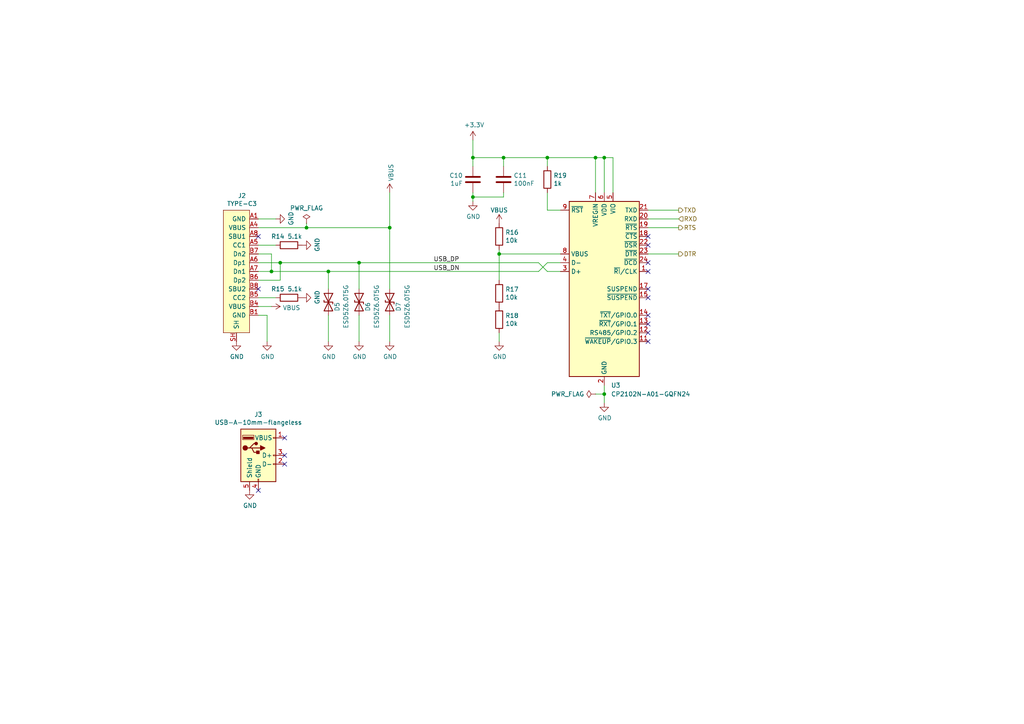
<source format=kicad_sch>
(kicad_sch (version 20230409) (generator eeschema)
  (paper "A4")
  (lib_symbols
    (symbol "Connector:USB_A" (pin_names (offset 1.016))
      (property "Reference" "J" (at -5.08 11.43 0))
      (property "Value" "USB_A" (at -5.08 8.89 0))
      (symbol "USB_A_0_1"
        (rectangle (start -5.08 -7.62) (end 5.08 7.62) (stroke (width 0.254)) (fill (type background)))
        (circle (center -3.81 2.159) (radius 0.635) (stroke (width 0.254)) (fill (type outline)))
        (rectangle (start -1.524 4.826) (end -4.318 5.334) (fill (type outline)))
        (rectangle (start -1.27 4.572) (end -4.572 5.842))
        (circle (center -0.635 3.429) (radius 0.381) (stroke (width 0.254)) (fill (type outline)))
        (rectangle (start -0.127 -7.62) (end 0.127 -6.858))
        (polyline (pts (xy -3.175 2.159) (xy -2.54 2.159) (xy -1.27 3.429) (xy -0.635 3.429)) (stroke (width 0.254)))
        (polyline (pts (xy -2.54 2.159) (xy -1.905 2.159) (xy -1.27 0.889) (xy 0 0.889)) (stroke (width 0.254)))
        (polyline (pts (xy 0.635 2.794) (xy 0.635 1.524) (xy 1.905 2.159) (xy 0.635 2.794)) (stroke (width 0.254)) (fill (type outline)))
        (rectangle (start 0.254 1.27) (end -0.508 0.508) (stroke (width 0.254)) (fill (type outline)))
        (rectangle (start 5.08 -2.667) (end 4.318 -2.413))
        (rectangle (start 5.08 -0.127) (end 4.318 0.127))
        (rectangle (start 5.08 4.953) (end 4.318 5.207))
      )
      (symbol "USB_A_1_1"
        (polyline (pts (xy -1.905 2.159) (xy 0.635 2.159)) (stroke (width 0.254)))
        (pin power_in line (at 7.62 5.08 180) (length 2.54) (name "VBUS") (number "1"))
        (pin bidirectional line (at 7.62 -2.54 180) (length 2.54) (name "D-") (number "2"))
        (pin bidirectional line (at 7.62 0 180) (length 2.54) (name "D+") (number "3"))
        (pin power_in line (at 0 -10.16 90) (length 2.54) (name "GND") (number "4"))
        (pin passive line (at -2.54 -10.16 90) (length 2.54) (name "Shield") (number "5"))
      )
    )
    (symbol "Device:C" (pin_numbers hide) (pin_names (offset 0.254))
      (property "Reference" "C" (at 0.635 2.54 0))
      (property "Value" "C" (at 0.635 -2.54 0))
      (symbol "C_0_1"
        (polyline (pts (xy -2.032 -0.762) (xy 2.032 -0.762)) (stroke (width 0.508)))
        (polyline (pts (xy -2.032 0.762) (xy 2.032 0.762)) (stroke (width 0.508)))
      )
      (symbol "C_1_1"
        (pin passive line (at 0 3.81 270) (length 2.794) (name "~") (number "1"))
        (pin passive line (at 0 -3.81 90) (length 2.794) (name "~") (number "2"))
      )
    )
    (symbol "Device:D_TVS" (pin_numbers hide) (pin_names (offset 1.016) hide)
      (property "Reference" "D" (at 0 2.54 0))
      (property "Value" "D_TVS" (at 0 -2.54 0))
      (symbol "D_TVS_0_1"
        (polyline (pts (xy 1.27 0) (xy -1.27 0)))
        (polyline (pts (xy 0.508 1.27) (xy 0 1.27) (xy 0 -1.27) (xy -0.508 -1.27)) (stroke (width 0.254)))
        (polyline (pts (xy -2.54 1.27) (xy -2.54 -1.27) (xy 2.54 1.27) (xy 2.54 -1.27) (xy -2.54 1.27)) (stroke (width 0.254)))
      )
      (symbol "D_TVS_1_1"
        (pin passive line (at -3.81 0 0) (length 2.54) (name "A1") (number "1"))
        (pin passive line (at 3.81 0 180) (length 2.54) (name "A2") (number "2"))
      )
    )
    (symbol "Device:R" (pin_numbers hide) (pin_names (offset 0))
      (property "Reference" "R" (at 2.032 0 90))
      (property "Value" "R" (at 0 0 90))
      (symbol "R_0_1"
        (rectangle (start -1.016 -2.54) (end 1.016 2.54) (stroke (width 0.254)))
      )
      (symbol "R_1_1"
        (pin passive line (at 0 3.81 270) (length 1.27) (name "~") (number "1"))
        (pin passive line (at 0 -3.81 90) (length 1.27) (name "~") (number "2"))
      )
    )
    (symbol "Interface_USB:CP2102N-Axx-xQFN24"
      (property "Reference" "U" (at -8.89 26.67 0))
      (property "Value" "CP2102N-Axx-xQFN24" (at 13.97 26.67 0))
      (symbol "CP2102N-Axx-xQFN24_0_1"
        (rectangle (start -10.16 25.4) (end 10.16 -25.4) (stroke (width 0.254)) (fill (type background)))
      )
      (symbol "CP2102N-Axx-xQFN24_1_1"
        (pin bidirectional line (at 12.7 5.08 180) (length 2.54) (name "~{RI}/CLK") (number "1"))
        (pin no_connect line (at -10.16 -22.86 0) (length 2.54) hide (name "NC") (number "10"))
        (pin bidirectional line (at 12.7 -15.24 180) (length 2.54) (name "~{WAKEUP}/GPIO.3") (number "11"))
        (pin bidirectional line (at 12.7 -12.7 180) (length 2.54) (name "RS485/GPIO.2") (number "12"))
        (pin bidirectional line (at 12.7 -10.16 180) (length 2.54) (name "~{RXT}/GPIO.1") (number "13"))
        (pin bidirectional line (at 12.7 -7.62 180) (length 2.54) (name "~{TXT}/GPIO.0") (number "14"))
        (pin output line (at 12.7 -2.54 180) (length 2.54) (name "~{SUSPEND}") (number "15"))
        (pin no_connect line (at 10.16 -22.86 180) (length 2.54) hide (name "NC") (number "16"))
        (pin output line (at 12.7 0 180) (length 2.54) (name "SUSPEND") (number "17"))
        (pin input line (at 12.7 15.24 180) (length 2.54) (name "~{CTS}") (number "18"))
        (pin output line (at 12.7 17.78 180) (length 2.54) (name "~{RTS}") (number "19"))
        (pin power_in line (at 0 -27.94 90) (length 2.54) (name "GND") (number "2"))
        (pin input line (at 12.7 20.32 180) (length 2.54) (name "RXD") (number "20"))
        (pin output line (at 12.7 22.86 180) (length 2.54) (name "TXD") (number "21"))
        (pin input line (at 12.7 12.7 180) (length 2.54) (name "~{DSR}") (number "22"))
        (pin output line (at 12.7 10.16 180) (length 2.54) (name "~{DTR}") (number "23"))
        (pin input line (at 12.7 7.62 180) (length 2.54) (name "~{DCD}") (number "24"))
        (pin passive line (at 0 -27.94 90) (length 2.54) hide (name "GND") (number "25"))
        (pin bidirectional line (at -12.7 5.08 0) (length 2.54) (name "D+") (number "3"))
        (pin bidirectional line (at -12.7 7.62 0) (length 2.54) (name "D-") (number "4"))
        (pin power_in line (at 2.54 27.94 270) (length 2.54) (name "VIO") (number "5"))
        (pin power_in line (at 0 27.94 270) (length 2.54) (name "VDD") (number "6"))
        (pin power_in line (at -2.54 27.94 270) (length 2.54) (name "VREGIN") (number "7"))
        (pin input line (at -12.7 10.16 0) (length 2.54) (name "VBUS") (number "8"))
        (pin input line (at -12.7 22.86 0) (length 2.54) (name "~{RST}") (number "9"))
      )
    )
    (symbol "j_Connector:USB-C-12" (pin_names (offset 1.016))
      (property "Reference" "J" (at 0 1.27 0))
      (property "Value" "USB-C-12" (at 0 0 0))
      (symbol "USB-C-12_0_1"
        (rectangle (start 2.54 -1.27) (end -5.08 -36.83) (fill (type background)))
      )
      (symbol "USB-C-12_1_1"
        (pin passive line (at 5.08 -3.81 180) (length 2.54) (name "GND") (number "A1"))
        (pin passive line (at 5.08 -6.35 180) (length 2.54) (name "VBUS") (number "A4"))
        (pin passive line (at 5.08 -11.43 180) (length 2.54) (name "CC1") (number "A5"))
        (pin passive line (at 5.08 -16.51 180) (length 2.54) (name "Dp1") (number "A6"))
        (pin passive line (at 5.08 -19.05 180) (length 2.54) (name "Dn1") (number "A7"))
        (pin passive line (at 5.08 -8.89 180) (length 2.54) (name "SBU1") (number "A8"))
        (pin passive line (at 5.08 -31.75 180) (length 2.54) (name "GND") (number "B1"))
        (pin passive line (at 5.08 -29.21 180) (length 2.54) (name "VBUS") (number "B4"))
        (pin passive line (at 5.08 -26.67 180) (length 2.54) (name "CC2") (number "B5"))
        (pin passive line (at 5.08 -21.59 180) (length 2.54) (name "Dp2") (number "B6"))
        (pin passive line (at 5.08 -13.97 180) (length 2.54) (name "Dn2") (number "B7"))
        (pin passive line (at 5.08 -24.13 180) (length 2.54) (name "SBU2") (number "B8"))
        (pin passive line (at -1.27 -39.37 90) (length 2.54) (name "SH") (number "SH"))
      )
    )
    (symbol "power:+3.3V" (power) (pin_names (offset 0))
      (property "Value" "+3.3V" (at 0 3.556 0))
      (symbol "+3.3V_0_1"
        (polyline (pts (xy -0.762 1.27) (xy 0 2.54)))
        (polyline (pts (xy 0 0) (xy 0 2.54)))
        (polyline (pts (xy 0 2.54) (xy 0.762 1.27)))
      )
      (symbol "+3.3V_1_1"
        (pin power_in line (at 0 0 90) (length 0) hide (name "+3.3V") (number "1"))
      )
    )
    (symbol "power:GND" (power) (pin_names (offset 0))
      (property "Value" "GND" (at 0 -3.81 0))
      (symbol "GND_0_1"
        (polyline (pts (xy 0 0) (xy 0 -1.27) (xy 1.27 -1.27) (xy 0 -2.54) (xy -1.27 -1.27) (xy 0 -1.27)))
      )
      (symbol "GND_1_1"
        (pin power_in line (at 0 0 270) (length 0) hide (name "GND") (number "1"))
      )
    )
    (symbol "power:PWR_FLAG" (power) (pin_numbers hide) (pin_names (offset 0) hide)
      (property "Value" "PWR_FLAG" (at 0 3.81 0))
      (symbol "PWR_FLAG_0_0"
        (pin power_out line (at 0 0 90) (length 0) (name "pwr") (number "1"))
      )
      (symbol "PWR_FLAG_0_1"
        (polyline (pts (xy 0 0) (xy 0 1.27) (xy -1.016 1.905) (xy 0 2.54) (xy 1.016 1.905) (xy 0 1.27)))
      )
    )
    (symbol "power:VBUS" (power) (pin_names (offset 0))
      (property "Value" "VBUS" (at 0 3.81 0))
      (symbol "VBUS_0_1"
        (polyline (pts (xy -0.762 1.27) (xy 0 2.54)))
        (polyline (pts (xy 0 0) (xy 0 2.54)))
        (polyline (pts (xy 0 2.54) (xy 0.762 1.27)))
      )
      (symbol "VBUS_1_1"
        (pin power_in line (at 0 0 90) (length 0) hide (name "VBUS") (number "1"))
      )
    )
  )
  (junction (at 95.25 78.74))
  (junction (at 175.26 45.72))
  (junction (at 146.05 45.72))
  (junction (at 137.16 57.15))
  (junction (at 113.03 66.04))
  (junction (at 144.78 73.66))
  (junction (at 158.75 45.72))
  (junction (at 137.16 45.72))
  (junction (at 104.14 76.2))
  (junction (at 88.9 66.04))
  (junction (at 78.74 78.74))
  (junction (at 175.26 114.3))
  (junction (at 81.28 76.2))
  (junction (at 172.72 45.72))
  (no_connect (at 74.93 68.58))
  (no_connect (at 187.96 96.52))
  (no_connect (at 187.96 93.98))
  (no_connect (at 187.96 86.36))
  (no_connect (at 82.55 127))
  (no_connect (at 82.55 134.62))
  (no_connect (at 187.96 78.74))
  (no_connect (at 187.96 91.44))
  (no_connect (at 74.93 142.24))
  (no_connect (at 187.96 68.58))
  (no_connect (at 74.93 83.82))
  (no_connect (at 187.96 76.2))
  (no_connect (at 187.96 71.12))
  (no_connect (at 187.96 99.06))
  (no_connect (at 82.55 132.08))
  (no_connect (at 187.96 83.82))
  (wire (pts (xy 81.28 81.28) (xy 81.28 76.2)))
  (wire (pts (xy 74.93 91.44) (xy 77.47 91.44)))
  (wire (pts (xy 88.9 64.77) (xy 88.9 66.04)))
  (wire (pts (xy 104.14 91.44) (xy 104.14 99.06)))
  (wire (pts (xy 158.75 45.72) (xy 172.72 45.72)))
  (wire (pts (xy 146.05 57.15) (xy 146.05 55.88)))
  (wire (pts (xy 74.93 76.2) (xy 81.28 76.2)))
  (wire (pts (xy 137.16 45.72) (xy 146.05 45.72)))
  (wire (pts (xy 156.21 76.2) (xy 158.75 78.74)))
  (wire (pts (xy 156.21 78.74) (xy 158.75 76.2)))
  (wire (pts (xy 74.93 81.28) (xy 81.28 81.28)))
  (wire (pts (xy 137.16 57.15) (xy 137.16 55.88)))
  (wire (pts (xy 177.8 45.72) (xy 177.8 55.88)))
  (wire (pts (xy 81.28 76.2) (xy 104.14 76.2)))
  (wire (pts (xy 175.26 116.84) (xy 175.26 114.3)))
  (wire (pts (xy 104.14 76.2) (xy 156.21 76.2)))
  (wire (pts (xy 113.03 66.04) (xy 113.03 83.82)))
  (wire (pts (xy 104.14 76.2) (xy 104.14 83.82)))
  (wire (pts (xy 113.03 55.88) (xy 113.03 66.04)))
  (wire (pts (xy 175.26 114.3) (xy 175.26 111.76)))
  (wire (pts (xy 172.72 45.72) (xy 172.72 55.88)))
  (wire (pts (xy 74.93 71.12) (xy 80.01 71.12)))
  (wire (pts (xy 158.75 76.2) (xy 162.56 76.2)))
  (wire (pts (xy 137.16 57.15) (xy 137.16 58.42)))
  (wire (pts (xy 137.16 45.72) (xy 137.16 48.26)))
  (wire (pts (xy 187.96 63.5) (xy 196.85 63.5)))
  (wire (pts (xy 74.93 73.66) (xy 78.74 73.66)))
  (wire (pts (xy 172.72 114.3) (xy 175.26 114.3)))
  (wire (pts (xy 95.25 78.74) (xy 95.25 83.82)))
  (wire (pts (xy 162.56 60.96) (xy 158.75 60.96)))
  (wire (pts (xy 158.75 45.72) (xy 158.75 48.26)))
  (wire (pts (xy 74.93 66.04) (xy 88.9 66.04)))
  (wire (pts (xy 172.72 45.72) (xy 175.26 45.72)))
  (wire (pts (xy 95.25 78.74) (xy 156.21 78.74)))
  (wire (pts (xy 158.75 60.96) (xy 158.75 55.88)))
  (wire (pts (xy 137.16 57.15) (xy 146.05 57.15)))
  (wire (pts (xy 175.26 45.72) (xy 175.26 55.88)))
  (wire (pts (xy 187.96 66.04) (xy 196.85 66.04)))
  (wire (pts (xy 78.74 88.9) (xy 74.93 88.9)))
  (wire (pts (xy 74.93 78.74) (xy 78.74 78.74)))
  (wire (pts (xy 144.78 73.66) (xy 162.56 73.66)))
  (wire (pts (xy 77.47 91.44) (xy 77.47 99.06)))
  (wire (pts (xy 158.75 78.74) (xy 162.56 78.74)))
  (wire (pts (xy 146.05 45.72) (xy 146.05 48.26)))
  (wire (pts (xy 74.93 86.36) (xy 80.01 86.36)))
  (wire (pts (xy 78.74 73.66) (xy 78.74 78.74)))
  (wire (pts (xy 175.26 45.72) (xy 177.8 45.72)))
  (wire (pts (xy 144.78 96.52) (xy 144.78 99.06)))
  (wire (pts (xy 95.25 91.44) (xy 95.25 99.06)))
  (wire (pts (xy 88.9 66.04) (xy 113.03 66.04)))
  (wire (pts (xy 187.96 60.96) (xy 196.85 60.96)))
  (wire (pts (xy 78.74 78.74) (xy 95.25 78.74)))
  (wire (pts (xy 187.96 73.66) (xy 196.85 73.66)))
  (wire (pts (xy 144.78 81.28) (xy 144.78 73.66)))
  (wire (pts (xy 144.78 72.39) (xy 144.78 73.66)))
  (wire (pts (xy 137.16 40.64) (xy 137.16 45.72)))
  (wire (pts (xy 113.03 91.44) (xy 113.03 99.06)))
  (wire (pts (xy 146.05 45.72) (xy 158.75 45.72)))
  (wire (pts (xy 74.93 63.5) (xy 80.01 63.5)))
  (label "USB_DP" (at 125.73 76.2 0))
  (label "USB_DN" (at 125.73 78.74 0))
  (hierarchical_label "DTR" (shape output) (at 196.85 73.66 0))
  (hierarchical_label "TXD" (shape output) (at 196.85 60.96 0))
  (hierarchical_label "RTS" (shape output) (at 196.85 66.04 0))
  (hierarchical_label "RXD" (shape input) (at 196.85 63.5 0))
  (symbol (lib_id "power:GND") (at 144.78 99.06 0) (unit 1)
    (property "Reference" "#PWR038" (effects hide))
    (property "Value" "GND" (at 144.907 103.4542 0))
  )
  (symbol (lib_id "power:+3.3V") (at 137.16 40.64 0) (unit 1)
    (property "Reference" "#PWR035" (effects hide))
    (property "Value" "+3.3V" (at 137.541 36.2458 0))
  )
  (symbol (lib_id "power:GND") (at 175.26 116.84 0) (unit 1)
    (property "Reference" "#PWR039" (effects hide))
    (property "Value" "GND" (at 175.387 121.2342 0))
  )
  (symbol (lib_id "Device:R") (at 158.75 52.07 0) (unit 1)
    (property "Reference" "R19" (at 160.528 50.9016 0) (effects (justify left)))
    (property "Value" "1k" (at 160.528 53.213 0) (effects (justify left)))
    (property "Footprint" "Resistor_SMD:R_0402_1005Metric" (effects hide))
  )
  (symbol (lib_id "Device:C") (at 137.16 52.07 0) (mirror y) (unit 1)
    (property "Reference" "C10" (at 134.239 50.9016 0) (effects (justify left)))
    (property "Value" "1uF" (at 134.239 53.213 0) (effects (justify left)))
    (property "Footprint" "Capacitor_SMD:C_0603_1608Metric" (effects hide))
  )
  (symbol (lib_id "Device:C") (at 146.05 52.07 0) (unit 1)
    (property "Reference" "C11" (at 148.971 50.9016 0) (effects (justify left)))
    (property "Value" "100nF" (at 148.971 53.213 0) (effects (justify left)))
    (property "Footprint" "Capacitor_SMD:C_0402_1005Metric" (effects hide))
  )
  (symbol (lib_id "Device:R") (at 144.78 68.58 0) (unit 1)
    (property "Reference" "R16" (at 146.558 67.4116 0) (effects (justify left)))
    (property "Value" "10k" (at 146.558 69.723 0) (effects (justify left)))
    (property "Footprint" "Resistor_SMD:R_0402_1005Metric" (effects hide))
  )
  (symbol (lib_id "Device:R") (at 144.78 85.09 0) (unit 1)
    (property "Reference" "R17" (at 146.558 83.9216 0) (effects (justify left)))
    (property "Value" "10k" (at 146.558 86.233 0) (effects (justify left)))
    (property "Footprint" "Resistor_SMD:R_0402_1005Metric" (effects hide))
  )
  (symbol (lib_id "Device:R") (at 144.78 92.71 0) (unit 1)
    (property "Reference" "R18" (at 146.558 91.5416 0) (effects (justify left)))
    (property "Value" "10k" (at 146.558 93.853 0) (effects (justify left)))
    (property "Footprint" "Resistor_SMD:R_0402_1005Metric" (effects hide))
  )
  (symbol (lib_id "power:GND") (at 137.16 58.42 0) (unit 1)
    (property "Reference" "#PWR036" (effects hide))
    (property "Value" "GND" (at 137.287 62.8142 0))
  )
  (symbol (lib_id "Device:R") (at 83.82 71.12 90) (unit 1)
    (property "Reference" "R14" (at 82.55 68.58 90) (effects (justify left)))
    (property "Value" "5.1k" (at 87.63 68.58 90) (effects (justify left)))
    (property "Footprint" "Resistor_SMD:R_0402_1005Metric" (effects hide))
  )
  (symbol (lib_id "Device:R") (at 83.82 86.36 90) (unit 1)
    (property "Reference" "R15" (at 82.55 83.82 90) (effects (justify left)))
    (property "Value" "5.1k" (at 87.63 83.82 90) (effects (justify left)))
    (property "Footprint" "Resistor_SMD:R_0402_1005Metric" (effects hide))
  )
  (symbol (lib_id "power:GND") (at 87.63 86.36 90) (unit 1)
    (property "Reference" "#PWR030" (effects hide))
    (property "Value" "GND" (at 92.0242 86.233 0))
    (instances (project "tr23-badge-r2" (path "" (reference "#PWR030") (unit 1)) (path "" (reference "#PWR?") (unit 1))))
  )
  (symbol (lib_id "power:GND") (at 87.63 71.12 90) (unit 1)
    (property "Reference" "#PWR029" (effects hide))
    (property "Value" "GND" (at 92.0242 70.993 0))
    (instances (project "tr23-badge-r2" (path "" (reference "#PWR029") (unit 1)) (path "" (reference "#PWR?") (unit 1))))
  )
  (symbol (lib_id "power:GND") (at 72.39 142.24 0) (unit 1)
    (property "Reference" "#PWR025" (effects hide))
    (property "Value" "GND" (at 72.517 146.6342 0))
    (instances (project "tr23-badge-r2" (path "" (reference "#PWR025") (unit 1)) (path "" (reference "#PWR?") (unit 1))))
  )
  (symbol (lib_id "power:GND") (at 77.47 99.06 0) (unit 1)
    (property "Reference" "#PWR026" (effects hide))
    (property "Value" "GND" (at 77.597 103.4542 0))
    (instances (project "tr23-badge-r2" (path "" (reference "#PWR026") (unit 1)) (path "" (reference "#PWR?") (unit 1))))
  )
  (symbol (lib_id "power:GND") (at 80.01 63.5 90) (unit 1)
    (property "Reference" "#PWR028" (effects hide))
    (property "Value" "GND" (at 84.4042 63.373 0))
    (instances (project "tr23-badge-r2" (path "" (reference "#PWR028") (unit 1)) (path "" (reference "#PWR?") (unit 1))))
  )
  (symbol (lib_id "Connector:USB_A") (at 74.93 132.08 0) (unit 1)
    (property "Reference" "J3" (at 74.93 120.2182 0))
    (property "Value" "USB-A-10mm-flangeless" (at 74.93 122.5296 0))
    (property "Footprint" "jeffmakes-footprints:USB-A-short-body" (effects hide))
    (property "Datasheet" " ~" (effects hide))
    (property "Field4" "CUI Inc." (effects hide))
    (property "Field5" "https://www.digikey.com/product-detail/en/cui-inc/UJ2-AH-1-SMT-TR/102-4133-1-ND/6595469?utm_source=snapeda&utm_medium=aggregator&utm_campaign=symbol" (effects hide))
    (property "Field6" "102-4133-1-ND" (effects hide))
    (property "Field7" "UJ2-AH-1-SMT-TR" (effects hide))
    (property "Field8" "https://www.cui.com/product/interconnect/usb-connectors/type-a/uj2-ah-smt-series?utm_source=snapeda.com&utm_medium=referral&utm_campaign=snapedaBOM" (effects hide))
    (property "Field9" "None" (effects hide))
    (instances (project "tr23-badge-r2" (path "" (reference "J3") (unit 1)) (path "" (reference "J?") (unit 1))))
  )
  (symbol (lib_id "power:VBUS") (at 113.03 55.88 0) (unit 1)
    (property "Reference" "#PWR033" (effects hide))
    (property "Value" "VBUS" (at 113.411 52.6288 90) (effects (justify left)))
    (instances (project "tr23-badge-r2" (path "" (reference "#PWR033") (unit 1)) (path "" (reference "#PWR?") (unit 1))))
  )
  (symbol (lib_id "power:VBUS") (at 78.74 88.9 270) (unit 1)
    (property "Reference" "#PWR027" (effects hide))
    (property "Value" "VBUS" (at 81.9912 89.281 90) (effects (justify left)))
    (instances (project "tr23-badge-r2" (path "" (reference "#PWR027") (unit 1)) (path "" (reference "#PWR?") (unit 1))))
  )
  (symbol (lib_id "power:PWR_FLAG") (at 88.9 64.77 0) (unit 1)
    (property "Reference" "#FLG02" (effects hide))
    (property "Value" "PWR_FLAG" (at 88.9 60.3504 0))
    (instances (project "tr23-badge-r2" (path "" (reference "#FLG02") (unit 1)) (path "" (reference "#FLG?") (unit 1))))
  )
  (symbol (lib_id "Device:D_TVS") (at 95.25 87.63 270) (unit 1)
    (property "Reference" "D5" (at 97.79 87.63 0) (effects (justify left)))
    (property "Value" " ESD5Z6.0T5G" (at 100.33 82.55 0) (effects (justify left)))
    (property "Footprint" "jeffmakes-footprints:SOD-523-numbered-pads" (effects hide))
    (property "MPN" "ESD5Z5.0VC" (effects hide))
    (property "LCSC" "C261278" (effects hide))
    (instances (project "tr23-badge-r2" (path "" (reference "D5") (unit 1)) (path "" (reference "D?") (unit 1))))
  )
  (symbol (lib_id "power:GND") (at 113.03 99.06 0) (unit 1)
    (property "Reference" "#PWR034" (effects hide))
    (property "Value" "GND" (at 113.157 103.4542 0))
    (instances (project "tr23-badge-r2" (path "" (reference "#PWR034") (unit 1)) (path "" (reference "#PWR?") (unit 1))))
  )
  (symbol (lib_id "power:GND") (at 104.14 99.06 0) (unit 1)
    (property "Reference" "#PWR032" (effects hide))
    (property "Value" "GND" (at 104.267 103.4542 0))
    (instances (project "tr23-badge-r2" (path "" (reference "#PWR032") (unit 1)) (path "" (reference "#PWR?") (unit 1))))
  )
  (symbol (lib_id "power:GND") (at 95.25 99.06 0) (unit 1)
    (property "Reference" "#PWR031" (effects hide))
    (property "Value" "GND" (at 95.377 103.4542 0))
    (instances (project "tr23-badge-r2" (path "" (reference "#PWR031") (unit 1)) (path "" (reference "#PWR?") (unit 1))))
  )
  (symbol (lib_id "Device:D_TVS") (at 104.14 87.63 270) (unit 1)
    (property "Reference" "D6" (at 106.68 87.63 0) (effects (justify left)))
    (property "Value" " ESD5Z6.0T5G" (at 109.22 82.55 0) (effects (justify left)))
    (property "Footprint" "jeffmakes-footprints:SOD-523-numbered-pads" (effects hide))
    (property "MPN" "ESD5Z5.0VC" (effects hide))
    (property "LCSC" "C261278" (effects hide))
    (instances (project "tr23-badge-r2" (path "" (reference "D6") (unit 1)) (path "" (reference "D?") (unit 1))))
  )
  (symbol (lib_id "Device:D_TVS") (at 113.03 87.63 270) (unit 1)
    (property "Reference" "D7" (at 115.57 87.63 0) (effects (justify left)))
    (property "Value" " ESD5Z6.0T5G" (at 118.11 82.55 0) (effects (justify left)))
    (property "Footprint" "jeffmakes-footprints:SOD-523-numbered-pads" (effects hide))
    (property "MPN" "ESD5Z5.0VC" (effects hide))
    (property "LCSC" "C261278" (effects hide))
    (instances (project "tr23-badge-r2" (path "" (reference "D7") (unit 1)) (path "" (reference "D?") (unit 1))))
  )
  (symbol (lib_id "j_Connector:USB-C-12") (at 69.85 59.69 0) (unit 1)
    (property "Reference" "J2" (at 70.1802 56.769 0))
    (property "Value" "TYPE-C3" (at 70.1802 59.0804 0))
    (property "Footprint" "jeffmakes-footprints:jing-usb-c-lcsc-C167321" (effects hide))
    (property "MPN" "918-418K2023S40001" (effects hide))
    (property "LCSC" "C167321" (effects hide))
    (property "Manufacturer" "Jing" (effects hide))
    (instances (project "tr23-badge-r2" (path "" (reference "J2") (unit 1)) (path "" (reference "J?") (unit 1))))
  )
  (symbol (lib_id "power:GND") (at 68.58 99.06 0) (unit 1)
    (property "Reference" "#PWR024" (effects hide))
    (property "Value" "GND" (at 68.707 103.4542 0))
    (instances (project "tr23-badge-r2" (path "" (reference "#PWR024") (unit 1)) (path "" (reference "#PWR?") (unit 1))))
  )
  (symbol (lib_id "power:VBUS") (at 144.78 64.77 0) (unit 1)
    (property "Reference" "#PWR037" (effects hide))
    (property "Value" "VBUS" (at 144.78 60.96 0))
    (instances (project "tr23-badge-r2" (path "" (reference "#PWR037") (unit 1)) (path "" (reference "#PWR?") (unit 1))))
  )
  (symbol (lib_id "power:PWR_FLAG") (at 172.72 114.3 90) (unit 1)
    (property "Reference" "#FLG03" (effects hide))
    (property "Value" "PWR_FLAG" (at 169.4688 114.3 90) (effects (justify left)))
  )
  (symbol (lib_id "Interface_USB:CP2102N-Axx-xQFN24") (at 175.26 83.82 0) (unit 1)
    (property "Reference" "U3" (at 177.2159 111.76 0) (effects (justify left)))
    (property "Value" "CP2102N-A01-GQFN24" (at 177.2159 114.3 0) (effects (justify left)))
    (property "Footprint" "Package_DFN_QFN:QFN-24-1EP_4x4mm_P0.5mm_EP2.6x2.6mm" (effects hide))
    (property "Datasheet" "https://www.silabs.com/documents/public/data-sheets/cp2102n-datasheet.pdf" (effects hide))
    (property "MPN" "CP2102N-A01-GQFN24" (effects hide))
    (property "LCSC" "C80225" (effects hide))
    (property "Manufacturer" "Si Labs" (effects hide))
  )
)
</source>
